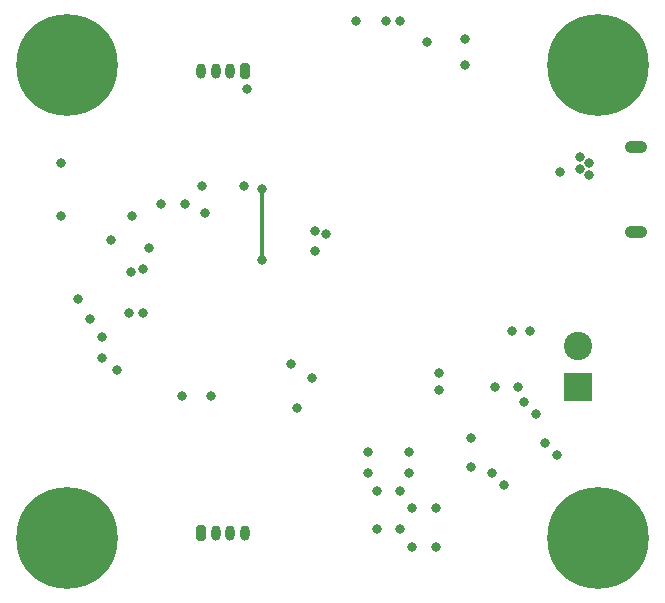
<source format=gbr>
%TF.GenerationSoftware,KiCad,Pcbnew,7.0.5*%
%TF.CreationDate,2023-06-12T20:17:58-07:00*%
%TF.ProjectId,kicad_tutorial,6b696361-645f-4747-9574-6f7269616c2e,rev?*%
%TF.SameCoordinates,Original*%
%TF.FileFunction,Copper,L4,Bot*%
%TF.FilePolarity,Positive*%
%FSLAX46Y46*%
G04 Gerber Fmt 4.6, Leading zero omitted, Abs format (unit mm)*
G04 Created by KiCad (PCBNEW 7.0.5) date 2023-06-12 20:17:58*
%MOMM*%
%LPD*%
G01*
G04 APERTURE LIST*
G04 Aperture macros list*
%AMRoundRect*
0 Rectangle with rounded corners*
0 $1 Rounding radius*
0 $2 $3 $4 $5 $6 $7 $8 $9 X,Y pos of 4 corners*
0 Add a 4 corners polygon primitive as box body*
4,1,4,$2,$3,$4,$5,$6,$7,$8,$9,$2,$3,0*
0 Add four circle primitives for the rounded corners*
1,1,$1+$1,$2,$3*
1,1,$1+$1,$4,$5*
1,1,$1+$1,$6,$7*
1,1,$1+$1,$8,$9*
0 Add four rect primitives between the rounded corners*
20,1,$1+$1,$2,$3,$4,$5,0*
20,1,$1+$1,$4,$5,$6,$7,0*
20,1,$1+$1,$6,$7,$8,$9,0*
20,1,$1+$1,$8,$9,$2,$3,0*%
G04 Aperture macros list end*
%TA.AperFunction,ComponentPad*%
%ADD10RoundRect,0.200000X-0.200000X-0.450000X0.200000X-0.450000X0.200000X0.450000X-0.200000X0.450000X0*%
%TD*%
%TA.AperFunction,ComponentPad*%
%ADD11O,0.800000X1.300000*%
%TD*%
%TA.AperFunction,ComponentPad*%
%ADD12C,0.900000*%
%TD*%
%TA.AperFunction,ComponentPad*%
%ADD13C,8.600000*%
%TD*%
%TA.AperFunction,ComponentPad*%
%ADD14RoundRect,0.200000X0.200000X0.450000X-0.200000X0.450000X-0.200000X-0.450000X0.200000X-0.450000X0*%
%TD*%
%TA.AperFunction,ComponentPad*%
%ADD15R,2.400000X2.400000*%
%TD*%
%TA.AperFunction,ComponentPad*%
%ADD16C,2.400000*%
%TD*%
%TA.AperFunction,ComponentPad*%
%ADD17O,1.900000X1.050000*%
%TD*%
%TA.AperFunction,ViaPad*%
%ADD18C,0.800000*%
%TD*%
%TA.AperFunction,Conductor*%
%ADD19C,0.300000*%
%TD*%
G04 APERTURE END LIST*
D10*
%TO.P,J4,1,Pin_1*%
%TO.N,+3.3V*%
X137125000Y-119050000D03*
D11*
%TO.P,J4,2,Pin_2*%
%TO.N,UART3_TX*%
X138375000Y-119050000D03*
%TO.P,J4,3,Pin_3*%
%TO.N,UART3_RX*%
X139625000Y-119050000D03*
%TO.P,J4,4,Pin_4*%
%TO.N,GND*%
X140875000Y-119050000D03*
%TD*%
D12*
%TO.P,H3,1,1*%
%TO.N,GND*%
X122525000Y-119500000D03*
X123469581Y-117219581D03*
X123469581Y-121780419D03*
X125750000Y-116275000D03*
D13*
X125750000Y-119500000D03*
D12*
X125750000Y-122725000D03*
X128030419Y-117219581D03*
X128030419Y-121780419D03*
X128975000Y-119500000D03*
%TD*%
D14*
%TO.P,J3,1,Pin_1*%
%TO.N,+3.3V*%
X140875000Y-79950000D03*
D11*
%TO.P,J3,2,Pin_2*%
%TO.N,I2C1_SCL*%
X139625000Y-79950000D03*
%TO.P,J3,3,Pin_3*%
%TO.N,I2C1_SDA*%
X138375000Y-79950000D03*
%TO.P,J3,4,Pin_4*%
%TO.N,GND*%
X137125000Y-79950000D03*
%TD*%
D12*
%TO.P,H4,1,1*%
%TO.N,GND*%
X122525000Y-79500000D03*
X123469581Y-77219581D03*
X123469581Y-81780419D03*
X125750000Y-76275000D03*
D13*
X125750000Y-79500000D03*
D12*
X125750000Y-82725000D03*
X128030419Y-77219581D03*
X128030419Y-81780419D03*
X128975000Y-79500000D03*
%TD*%
%TO.P,H1,1,1*%
%TO.N,GND*%
X167525000Y-79500000D03*
X168469581Y-77219581D03*
X168469581Y-81780419D03*
X170750000Y-76275000D03*
D13*
X170750000Y-79500000D03*
D12*
X170750000Y-82725000D03*
X173030419Y-77219581D03*
X173030419Y-81780419D03*
X173975000Y-79500000D03*
%TD*%
%TO.P,H2,1,1*%
%TO.N,GND*%
X167525000Y-119500000D03*
X168469581Y-117219581D03*
X168469581Y-121780419D03*
X170750000Y-116275000D03*
D13*
X170750000Y-119500000D03*
D12*
X170750000Y-122725000D03*
X173030419Y-117219581D03*
X173030419Y-121780419D03*
X173975000Y-119500000D03*
%TD*%
D15*
%TO.P,J1,1,Pin_1*%
%TO.N,+12V*%
X169050000Y-106750000D03*
D16*
%TO.P,J1,2,Pin_2*%
%TO.N,GND*%
X169050000Y-103250000D03*
%TD*%
D17*
%TO.P,J5,6,Shield*%
%TO.N,unconnected-(J5-Shield-Pad6)*%
X173950000Y-93575000D03*
X173950000Y-86425000D03*
%TD*%
D18*
%TO.N,GND*%
X146750000Y-93500000D03*
X147750000Y-93750000D03*
X165500000Y-109000000D03*
X163500000Y-102000000D03*
X169250000Y-88250000D03*
X155000000Y-120250000D03*
X159500000Y-79500000D03*
X131000000Y-100500000D03*
X154000000Y-75750000D03*
X145250000Y-108500000D03*
X162000000Y-106750000D03*
X130000000Y-105250000D03*
X167500000Y-88500000D03*
X166250000Y-111500000D03*
X125260000Y-92250000D03*
X157000000Y-120250000D03*
X131250000Y-92250000D03*
X157000000Y-117000000D03*
X129500000Y-94250000D03*
X157250000Y-107000000D03*
X135500000Y-107500000D03*
X165000000Y-102000000D03*
X164500000Y-108000000D03*
X164000000Y-106750000D03*
X160000000Y-111020400D03*
X160000000Y-113500000D03*
X169250000Y-87250000D03*
X137500000Y-92000000D03*
X170000000Y-87750000D03*
X127750000Y-101000000D03*
X155000000Y-117000000D03*
X132250000Y-100500000D03*
X170000000Y-88750000D03*
X132750000Y-95000000D03*
X146500000Y-106000000D03*
X150250000Y-75750000D03*
X167250000Y-112500000D03*
X152750000Y-75750000D03*
X157250000Y-105500000D03*
X126750000Y-99250000D03*
X131190000Y-97000000D03*
%TO.N,+3.3V*%
X152000000Y-115500000D03*
X141000000Y-81500000D03*
X133750000Y-91250000D03*
X154000000Y-115500000D03*
X151250000Y-114000000D03*
X152000000Y-118750000D03*
X132250000Y-96750000D03*
X154750000Y-114000000D03*
X154750000Y-112250000D03*
X146750000Y-95250000D03*
X138000000Y-107500000D03*
X125260000Y-87750000D03*
X128750000Y-102500000D03*
X156250000Y-77500000D03*
X144750000Y-104750000D03*
X135750000Y-91250000D03*
X137250000Y-89750000D03*
X161750000Y-114000000D03*
X151250000Y-112250000D03*
X128750000Y-104250000D03*
X159500000Y-77250000D03*
X162750000Y-115000000D03*
X154000000Y-118750000D03*
X140750000Y-89750000D03*
%TO.N,NRST*%
X142250000Y-90000000D03*
X142250000Y-96000000D03*
%TD*%
D19*
%TO.N,NRST*%
X142250000Y-96000000D02*
X142250000Y-90000000D01*
%TD*%
M02*

</source>
